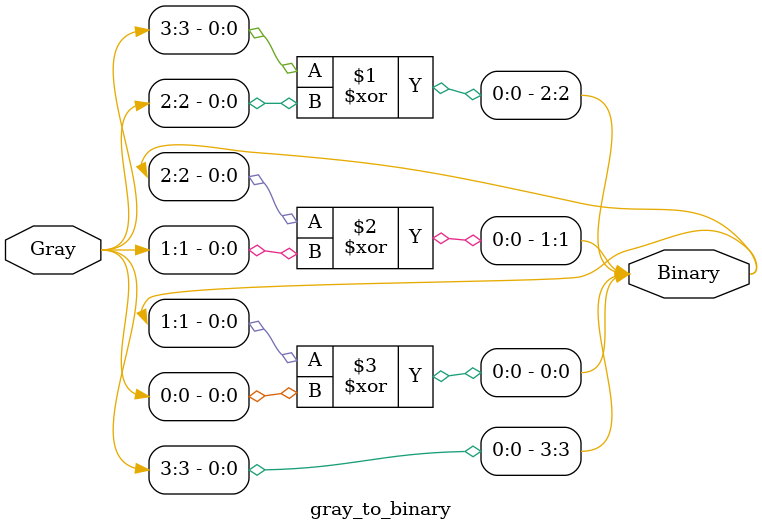
<source format=v>
`timescale 1ns / 1ps
module gray_to_binary(Gray,Binary);
input [3:0]Gray;
output [3:0]Binary;

assign Binary[3]=Gray[3];
assign Binary[2]=Binary[3]^Gray[2];
assign Binary[1]=Binary[2]^Gray[1];
assign Binary[0]=Binary[1]^Gray[0];

endmodule

</source>
